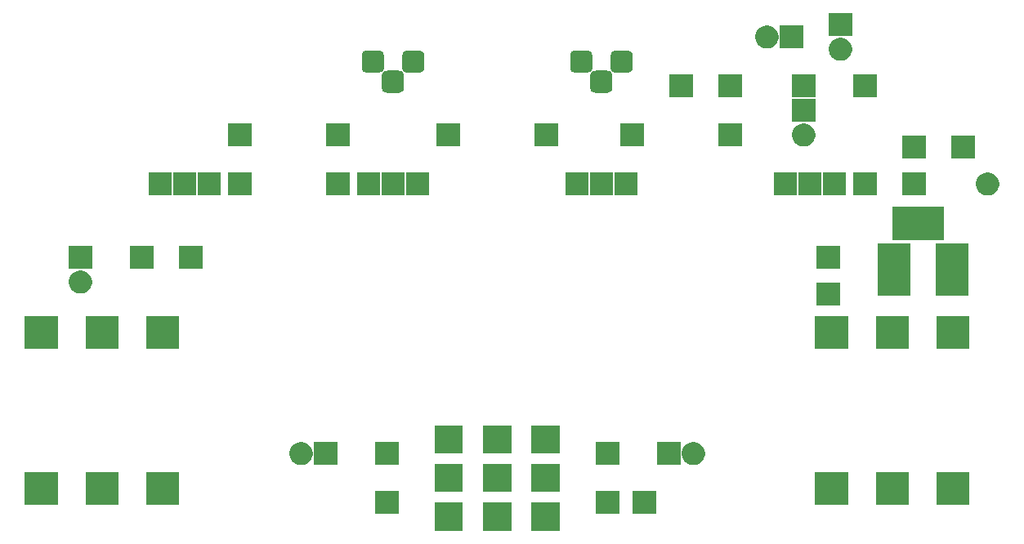
<source format=gbr>
G04 #@! TF.GenerationSoftware,KiCad,Pcbnew,5.1.6-c6e7f7d~87~ubuntu19.10.1*
G04 #@! TF.CreationDate,2021-07-04T16:36:10+06:00*
G04 #@! TF.ProjectId,fuzz_factory_r1c_r1b,66757a7a-5f66-4616-9374-6f72795f7231,MB:1C/PB:1B*
G04 #@! TF.SameCoordinates,Original*
G04 #@! TF.FileFunction,Soldermask,Bot*
G04 #@! TF.FilePolarity,Negative*
%FSLAX46Y46*%
G04 Gerber Fmt 4.6, Leading zero omitted, Abs format (unit mm)*
G04 Created by KiCad (PCBNEW 5.1.6-c6e7f7d~87~ubuntu19.10.1) date 2021-07-04 16:36:10*
%MOMM*%
%LPD*%
G01*
G04 APERTURE LIST*
%ADD10C,0.100000*%
G04 APERTURE END LIST*
D10*
G36*
X153770000Y-141340000D02*
G01*
X150870000Y-141340000D01*
X150870000Y-138440000D01*
X153770000Y-138440000D01*
X153770000Y-141340000D01*
G37*
G36*
X143770000Y-141340000D02*
G01*
X140870000Y-141340000D01*
X140870000Y-138440000D01*
X143770000Y-138440000D01*
X143770000Y-141340000D01*
G37*
G36*
X148770000Y-141340000D02*
G01*
X145870000Y-141340000D01*
X145870000Y-138440000D01*
X148770000Y-138440000D01*
X148770000Y-141340000D01*
G37*
G36*
X137090000Y-139630000D02*
G01*
X134690000Y-139630000D01*
X134690000Y-137230000D01*
X137090000Y-137230000D01*
X137090000Y-139630000D01*
G37*
G36*
X163760000Y-139630000D02*
G01*
X161360000Y-139630000D01*
X161360000Y-137230000D01*
X163760000Y-137230000D01*
X163760000Y-139630000D01*
G37*
G36*
X159950000Y-139630000D02*
G01*
X157550000Y-139630000D01*
X157550000Y-137230000D01*
X159950000Y-137230000D01*
X159950000Y-139630000D01*
G37*
G36*
X196255000Y-138705000D02*
G01*
X192855000Y-138705000D01*
X192855000Y-135305000D01*
X196255000Y-135305000D01*
X196255000Y-138705000D01*
G37*
G36*
X189955000Y-138705000D02*
G01*
X186555000Y-138705000D01*
X186555000Y-135305000D01*
X189955000Y-135305000D01*
X189955000Y-138705000D01*
G37*
G36*
X183655000Y-138705000D02*
G01*
X180255000Y-138705000D01*
X180255000Y-135305000D01*
X183655000Y-135305000D01*
X183655000Y-138705000D01*
G37*
G36*
X101785000Y-138705000D02*
G01*
X98385000Y-138705000D01*
X98385000Y-135305000D01*
X101785000Y-135305000D01*
X101785000Y-138705000D01*
G37*
G36*
X108085000Y-138705000D02*
G01*
X104685000Y-138705000D01*
X104685000Y-135305000D01*
X108085000Y-135305000D01*
X108085000Y-138705000D01*
G37*
G36*
X114385000Y-138705000D02*
G01*
X110985000Y-138705000D01*
X110985000Y-135305000D01*
X114385000Y-135305000D01*
X114385000Y-138705000D01*
G37*
G36*
X148770000Y-137340000D02*
G01*
X145870000Y-137340000D01*
X145870000Y-134440000D01*
X148770000Y-134440000D01*
X148770000Y-137340000D01*
G37*
G36*
X153770000Y-137340000D02*
G01*
X150870000Y-137340000D01*
X150870000Y-134440000D01*
X153770000Y-134440000D01*
X153770000Y-137340000D01*
G37*
G36*
X143770000Y-137340000D02*
G01*
X140870000Y-137340000D01*
X140870000Y-134440000D01*
X143770000Y-134440000D01*
X143770000Y-137340000D01*
G37*
G36*
X130740000Y-134550000D02*
G01*
X128340000Y-134550000D01*
X128340000Y-132150000D01*
X130740000Y-132150000D01*
X130740000Y-134550000D01*
G37*
G36*
X127350025Y-132196115D02*
G01*
X127350028Y-132196116D01*
X127350027Y-132196116D01*
X127568413Y-132286574D01*
X127764955Y-132417899D01*
X127932101Y-132585045D01*
X128063426Y-132781587D01*
X128063427Y-132781589D01*
X128153885Y-132999975D01*
X128200000Y-133231809D01*
X128200000Y-133468191D01*
X128153885Y-133700025D01*
X128153884Y-133700027D01*
X128063426Y-133918413D01*
X127932101Y-134114955D01*
X127764955Y-134282101D01*
X127568413Y-134413426D01*
X127568412Y-134413427D01*
X127568411Y-134413427D01*
X127350025Y-134503885D01*
X127118191Y-134550000D01*
X126881809Y-134550000D01*
X126649975Y-134503885D01*
X126431589Y-134413427D01*
X126431588Y-134413427D01*
X126431587Y-134413426D01*
X126235045Y-134282101D01*
X126067899Y-134114955D01*
X125936574Y-133918413D01*
X125846116Y-133700027D01*
X125846115Y-133700025D01*
X125800000Y-133468191D01*
X125800000Y-133231809D01*
X125846115Y-132999975D01*
X125936573Y-132781589D01*
X125936574Y-132781587D01*
X126067899Y-132585045D01*
X126235045Y-132417899D01*
X126431587Y-132286574D01*
X126649973Y-132196116D01*
X126649972Y-132196116D01*
X126649975Y-132196115D01*
X126881809Y-132150000D01*
X127118191Y-132150000D01*
X127350025Y-132196115D01*
G37*
G36*
X137090000Y-134550000D02*
G01*
X134690000Y-134550000D01*
X134690000Y-132150000D01*
X137090000Y-132150000D01*
X137090000Y-134550000D01*
G37*
G36*
X166300000Y-134550000D02*
G01*
X163900000Y-134550000D01*
X163900000Y-132150000D01*
X166300000Y-132150000D01*
X166300000Y-134550000D01*
G37*
G36*
X167990025Y-132196115D02*
G01*
X167990028Y-132196116D01*
X167990027Y-132196116D01*
X168208413Y-132286574D01*
X168404955Y-132417899D01*
X168572101Y-132585045D01*
X168703426Y-132781587D01*
X168703427Y-132781589D01*
X168793885Y-132999975D01*
X168840000Y-133231809D01*
X168840000Y-133468191D01*
X168793885Y-133700025D01*
X168793884Y-133700027D01*
X168703426Y-133918413D01*
X168572101Y-134114955D01*
X168404955Y-134282101D01*
X168208413Y-134413426D01*
X168208412Y-134413427D01*
X168208411Y-134413427D01*
X167990025Y-134503885D01*
X167758191Y-134550000D01*
X167521809Y-134550000D01*
X167289975Y-134503885D01*
X167071589Y-134413427D01*
X167071588Y-134413427D01*
X167071587Y-134413426D01*
X166875045Y-134282101D01*
X166707899Y-134114955D01*
X166576574Y-133918413D01*
X166486116Y-133700027D01*
X166486115Y-133700025D01*
X166440000Y-133468191D01*
X166440000Y-133231809D01*
X166486115Y-132999975D01*
X166576573Y-132781589D01*
X166576574Y-132781587D01*
X166707899Y-132585045D01*
X166875045Y-132417899D01*
X167071587Y-132286574D01*
X167289973Y-132196116D01*
X167289972Y-132196116D01*
X167289975Y-132196115D01*
X167521809Y-132150000D01*
X167758191Y-132150000D01*
X167990025Y-132196115D01*
G37*
G36*
X159950000Y-134550000D02*
G01*
X157550000Y-134550000D01*
X157550000Y-132150000D01*
X159950000Y-132150000D01*
X159950000Y-134550000D01*
G37*
G36*
X143770000Y-133340000D02*
G01*
X140870000Y-133340000D01*
X140870000Y-130440000D01*
X143770000Y-130440000D01*
X143770000Y-133340000D01*
G37*
G36*
X148770000Y-133340000D02*
G01*
X145870000Y-133340000D01*
X145870000Y-130440000D01*
X148770000Y-130440000D01*
X148770000Y-133340000D01*
G37*
G36*
X153770000Y-133340000D02*
G01*
X150870000Y-133340000D01*
X150870000Y-130440000D01*
X153770000Y-130440000D01*
X153770000Y-133340000D01*
G37*
G36*
X108085000Y-122505000D02*
G01*
X104685000Y-122505000D01*
X104685000Y-119105000D01*
X108085000Y-119105000D01*
X108085000Y-122505000D01*
G37*
G36*
X189955000Y-122505000D02*
G01*
X186555000Y-122505000D01*
X186555000Y-119105000D01*
X189955000Y-119105000D01*
X189955000Y-122505000D01*
G37*
G36*
X101785000Y-122505000D02*
G01*
X98385000Y-122505000D01*
X98385000Y-119105000D01*
X101785000Y-119105000D01*
X101785000Y-122505000D01*
G37*
G36*
X196255000Y-122505000D02*
G01*
X192855000Y-122505000D01*
X192855000Y-119105000D01*
X196255000Y-119105000D01*
X196255000Y-122505000D01*
G37*
G36*
X114385000Y-122505000D02*
G01*
X110985000Y-122505000D01*
X110985000Y-119105000D01*
X114385000Y-119105000D01*
X114385000Y-122505000D01*
G37*
G36*
X183655000Y-122505000D02*
G01*
X180255000Y-122505000D01*
X180255000Y-119105000D01*
X183655000Y-119105000D01*
X183655000Y-122505000D01*
G37*
G36*
X182810000Y-118040000D02*
G01*
X180410000Y-118040000D01*
X180410000Y-115640000D01*
X182810000Y-115640000D01*
X182810000Y-118040000D01*
G37*
G36*
X190130000Y-117000000D02*
G01*
X186730000Y-117000000D01*
X186730000Y-111600000D01*
X190130000Y-111600000D01*
X190130000Y-117000000D01*
G37*
G36*
X196130000Y-117000000D02*
G01*
X192730000Y-117000000D01*
X192730000Y-111600000D01*
X196130000Y-111600000D01*
X196130000Y-117000000D01*
G37*
G36*
X104490025Y-114416115D02*
G01*
X104490028Y-114416116D01*
X104490027Y-114416116D01*
X104708413Y-114506574D01*
X104904955Y-114637899D01*
X105072101Y-114805045D01*
X105203426Y-115001587D01*
X105203427Y-115001589D01*
X105293885Y-115219975D01*
X105340000Y-115451809D01*
X105340000Y-115688191D01*
X105293885Y-115920025D01*
X105293884Y-115920027D01*
X105203426Y-116138413D01*
X105072101Y-116334955D01*
X104904955Y-116502101D01*
X104708413Y-116633426D01*
X104708412Y-116633427D01*
X104708411Y-116633427D01*
X104490025Y-116723885D01*
X104258191Y-116770000D01*
X104021809Y-116770000D01*
X103789975Y-116723885D01*
X103571589Y-116633427D01*
X103571588Y-116633427D01*
X103571587Y-116633426D01*
X103375045Y-116502101D01*
X103207899Y-116334955D01*
X103076574Y-116138413D01*
X102986116Y-115920027D01*
X102986115Y-115920025D01*
X102940000Y-115688191D01*
X102940000Y-115451809D01*
X102986115Y-115219975D01*
X103076573Y-115001589D01*
X103076574Y-115001587D01*
X103207899Y-114805045D01*
X103375045Y-114637899D01*
X103571587Y-114506574D01*
X103789973Y-114416116D01*
X103789972Y-114416116D01*
X103789975Y-114416115D01*
X104021809Y-114370000D01*
X104258191Y-114370000D01*
X104490025Y-114416115D01*
G37*
G36*
X111690000Y-114230000D02*
G01*
X109290000Y-114230000D01*
X109290000Y-111830000D01*
X111690000Y-111830000D01*
X111690000Y-114230000D01*
G37*
G36*
X116770000Y-114230000D02*
G01*
X114370000Y-114230000D01*
X114370000Y-111830000D01*
X116770000Y-111830000D01*
X116770000Y-114230000D01*
G37*
G36*
X105340000Y-114230000D02*
G01*
X102940000Y-114230000D01*
X102940000Y-111830000D01*
X105340000Y-111830000D01*
X105340000Y-114230000D01*
G37*
G36*
X182810000Y-114230000D02*
G01*
X180410000Y-114230000D01*
X180410000Y-111830000D01*
X182810000Y-111830000D01*
X182810000Y-114230000D01*
G37*
G36*
X193630000Y-111200000D02*
G01*
X188230000Y-111200000D01*
X188230000Y-107800000D01*
X193630000Y-107800000D01*
X193630000Y-111200000D01*
G37*
G36*
X191700000Y-106610000D02*
G01*
X189300000Y-106610000D01*
X189300000Y-104210000D01*
X191700000Y-104210000D01*
X191700000Y-106610000D01*
G37*
G36*
X113595000Y-106610000D02*
G01*
X111195000Y-106610000D01*
X111195000Y-104210000D01*
X113595000Y-104210000D01*
X113595000Y-106610000D01*
G37*
G36*
X198470025Y-104256115D02*
G01*
X198470028Y-104256116D01*
X198470027Y-104256116D01*
X198688413Y-104346574D01*
X198884955Y-104477899D01*
X199052101Y-104645045D01*
X199183426Y-104841587D01*
X199183427Y-104841589D01*
X199273885Y-105059975D01*
X199320000Y-105291809D01*
X199320000Y-105528191D01*
X199273885Y-105760025D01*
X199273884Y-105760027D01*
X199183426Y-105978413D01*
X199052101Y-106174955D01*
X198884955Y-106342101D01*
X198688413Y-106473426D01*
X198688412Y-106473427D01*
X198688411Y-106473427D01*
X198470025Y-106563885D01*
X198238191Y-106610000D01*
X198001809Y-106610000D01*
X197769975Y-106563885D01*
X197551589Y-106473427D01*
X197551588Y-106473427D01*
X197551587Y-106473426D01*
X197355045Y-106342101D01*
X197187899Y-106174955D01*
X197056574Y-105978413D01*
X196966116Y-105760027D01*
X196966115Y-105760025D01*
X196920000Y-105528191D01*
X196920000Y-105291809D01*
X196966115Y-105059975D01*
X197056573Y-104841589D01*
X197056574Y-104841587D01*
X197187899Y-104645045D01*
X197355045Y-104477899D01*
X197551587Y-104346574D01*
X197769973Y-104256116D01*
X197769972Y-104256116D01*
X197769975Y-104256115D01*
X198001809Y-104210000D01*
X198238191Y-104210000D01*
X198470025Y-104256115D01*
G37*
G36*
X121850000Y-106610000D02*
G01*
X119450000Y-106610000D01*
X119450000Y-104210000D01*
X121850000Y-104210000D01*
X121850000Y-106610000D01*
G37*
G36*
X132010000Y-106610000D02*
G01*
X129610000Y-106610000D01*
X129610000Y-104210000D01*
X132010000Y-104210000D01*
X132010000Y-106610000D01*
G37*
G36*
X186620000Y-106610000D02*
G01*
X184220000Y-106610000D01*
X184220000Y-104210000D01*
X186620000Y-104210000D01*
X186620000Y-106610000D01*
G37*
G36*
X161855000Y-106610000D02*
G01*
X159455000Y-106610000D01*
X159455000Y-104210000D01*
X161855000Y-104210000D01*
X161855000Y-106610000D01*
G37*
G36*
X159315000Y-106610000D02*
G01*
X156915000Y-106610000D01*
X156915000Y-104210000D01*
X159315000Y-104210000D01*
X159315000Y-106610000D01*
G37*
G36*
X156775000Y-106610000D02*
G01*
X154375000Y-106610000D01*
X154375000Y-104210000D01*
X156775000Y-104210000D01*
X156775000Y-106610000D01*
G37*
G36*
X180905000Y-106610000D02*
G01*
X178505000Y-106610000D01*
X178505000Y-104210000D01*
X180905000Y-104210000D01*
X180905000Y-106610000D01*
G37*
G36*
X178365000Y-106610000D02*
G01*
X175965000Y-106610000D01*
X175965000Y-104210000D01*
X178365000Y-104210000D01*
X178365000Y-106610000D01*
G37*
G36*
X140265000Y-106610000D02*
G01*
X137865000Y-106610000D01*
X137865000Y-104210000D01*
X140265000Y-104210000D01*
X140265000Y-106610000D01*
G37*
G36*
X137725000Y-106610000D02*
G01*
X135325000Y-106610000D01*
X135325000Y-104210000D01*
X137725000Y-104210000D01*
X137725000Y-106610000D01*
G37*
G36*
X135185000Y-106610000D02*
G01*
X132785000Y-106610000D01*
X132785000Y-104210000D01*
X135185000Y-104210000D01*
X135185000Y-106610000D01*
G37*
G36*
X116135000Y-106610000D02*
G01*
X113735000Y-106610000D01*
X113735000Y-104210000D01*
X116135000Y-104210000D01*
X116135000Y-106610000D01*
G37*
G36*
X118675000Y-106610000D02*
G01*
X116275000Y-106610000D01*
X116275000Y-104210000D01*
X118675000Y-104210000D01*
X118675000Y-106610000D01*
G37*
G36*
X183445000Y-106610000D02*
G01*
X181045000Y-106610000D01*
X181045000Y-104210000D01*
X183445000Y-104210000D01*
X183445000Y-106610000D01*
G37*
G36*
X196780000Y-102800000D02*
G01*
X194380000Y-102800000D01*
X194380000Y-100400000D01*
X196780000Y-100400000D01*
X196780000Y-102800000D01*
G37*
G36*
X191700000Y-102800000D02*
G01*
X189300000Y-102800000D01*
X189300000Y-100400000D01*
X191700000Y-100400000D01*
X191700000Y-102800000D01*
G37*
G36*
X162490000Y-101530000D02*
G01*
X160090000Y-101530000D01*
X160090000Y-99130000D01*
X162490000Y-99130000D01*
X162490000Y-101530000D01*
G37*
G36*
X143440000Y-101530000D02*
G01*
X141040000Y-101530000D01*
X141040000Y-99130000D01*
X143440000Y-99130000D01*
X143440000Y-101530000D01*
G37*
G36*
X153600000Y-101530000D02*
G01*
X151200000Y-101530000D01*
X151200000Y-99130000D01*
X153600000Y-99130000D01*
X153600000Y-101530000D01*
G37*
G36*
X179420025Y-99176115D02*
G01*
X179420028Y-99176116D01*
X179420027Y-99176116D01*
X179638413Y-99266574D01*
X179834955Y-99397899D01*
X180002101Y-99565045D01*
X180133426Y-99761587D01*
X180133427Y-99761589D01*
X180223885Y-99979975D01*
X180270000Y-100211809D01*
X180270000Y-100448191D01*
X180223885Y-100680025D01*
X180223884Y-100680027D01*
X180133426Y-100898413D01*
X180002101Y-101094955D01*
X179834955Y-101262101D01*
X179638413Y-101393426D01*
X179638412Y-101393427D01*
X179638411Y-101393427D01*
X179420025Y-101483885D01*
X179188191Y-101530000D01*
X178951809Y-101530000D01*
X178719975Y-101483885D01*
X178501589Y-101393427D01*
X178501588Y-101393427D01*
X178501587Y-101393426D01*
X178305045Y-101262101D01*
X178137899Y-101094955D01*
X178006574Y-100898413D01*
X177916116Y-100680027D01*
X177916115Y-100680025D01*
X177870000Y-100448191D01*
X177870000Y-100211809D01*
X177916115Y-99979975D01*
X178006573Y-99761589D01*
X178006574Y-99761587D01*
X178137899Y-99565045D01*
X178305045Y-99397899D01*
X178501587Y-99266574D01*
X178719973Y-99176116D01*
X178719972Y-99176116D01*
X178719975Y-99176115D01*
X178951809Y-99130000D01*
X179188191Y-99130000D01*
X179420025Y-99176115D01*
G37*
G36*
X121850000Y-101530000D02*
G01*
X119450000Y-101530000D01*
X119450000Y-99130000D01*
X121850000Y-99130000D01*
X121850000Y-101530000D01*
G37*
G36*
X172650000Y-101530000D02*
G01*
X170250000Y-101530000D01*
X170250000Y-99130000D01*
X172650000Y-99130000D01*
X172650000Y-101530000D01*
G37*
G36*
X132010000Y-101530000D02*
G01*
X129610000Y-101530000D01*
X129610000Y-99130000D01*
X132010000Y-99130000D01*
X132010000Y-101530000D01*
G37*
G36*
X180270000Y-98990000D02*
G01*
X177870000Y-98990000D01*
X177870000Y-96590000D01*
X180270000Y-96590000D01*
X180270000Y-98990000D01*
G37*
G36*
X172650000Y-96450000D02*
G01*
X170250000Y-96450000D01*
X170250000Y-94050000D01*
X172650000Y-94050000D01*
X172650000Y-96450000D01*
G37*
G36*
X180270000Y-96450000D02*
G01*
X177870000Y-96450000D01*
X177870000Y-94050000D01*
X180270000Y-94050000D01*
X180270000Y-96450000D01*
G37*
G36*
X167570000Y-96450000D02*
G01*
X165170000Y-96450000D01*
X165170000Y-94050000D01*
X167570000Y-94050000D01*
X167570000Y-96450000D01*
G37*
G36*
X186620000Y-96450000D02*
G01*
X184220000Y-96450000D01*
X184220000Y-94050000D01*
X186620000Y-94050000D01*
X186620000Y-96450000D01*
G37*
G36*
X158822252Y-93670805D02*
G01*
X158925385Y-93702090D01*
X159020427Y-93752891D01*
X159103737Y-93821263D01*
X159172109Y-93904573D01*
X159222910Y-93999615D01*
X159254195Y-94102748D01*
X159265000Y-94212454D01*
X159265000Y-95407546D01*
X159254195Y-95517252D01*
X159222910Y-95620385D01*
X159172109Y-95715427D01*
X159103737Y-95798737D01*
X159020427Y-95867109D01*
X158925385Y-95917910D01*
X158822252Y-95949195D01*
X158712546Y-95960000D01*
X157517454Y-95960000D01*
X157407748Y-95949195D01*
X157304615Y-95917910D01*
X157209573Y-95867109D01*
X157126263Y-95798737D01*
X157057891Y-95715427D01*
X157007090Y-95620385D01*
X156975805Y-95517252D01*
X156965000Y-95407546D01*
X156965000Y-94212454D01*
X156975805Y-94102748D01*
X157007090Y-93999615D01*
X157057891Y-93904573D01*
X157126263Y-93821263D01*
X157209573Y-93752891D01*
X157304615Y-93702090D01*
X157407748Y-93670805D01*
X157517454Y-93660000D01*
X158712546Y-93660000D01*
X158822252Y-93670805D01*
G37*
G36*
X137232252Y-93670805D02*
G01*
X137335385Y-93702090D01*
X137430427Y-93752891D01*
X137513737Y-93821263D01*
X137582109Y-93904573D01*
X137632910Y-93999615D01*
X137664195Y-94102748D01*
X137675000Y-94212454D01*
X137675000Y-95407546D01*
X137664195Y-95517252D01*
X137632910Y-95620385D01*
X137582109Y-95715427D01*
X137513737Y-95798737D01*
X137430427Y-95867109D01*
X137335385Y-95917910D01*
X137232252Y-95949195D01*
X137122546Y-95960000D01*
X135927454Y-95960000D01*
X135817748Y-95949195D01*
X135714615Y-95917910D01*
X135619573Y-95867109D01*
X135536263Y-95798737D01*
X135467891Y-95715427D01*
X135417090Y-95620385D01*
X135385805Y-95517252D01*
X135375000Y-95407546D01*
X135375000Y-94212454D01*
X135385805Y-94102748D01*
X135417090Y-93999615D01*
X135467891Y-93904573D01*
X135536263Y-93821263D01*
X135619573Y-93752891D01*
X135714615Y-93702090D01*
X135817748Y-93670805D01*
X135927454Y-93660000D01*
X137122546Y-93660000D01*
X137232252Y-93670805D01*
G37*
G36*
X139332252Y-91570805D02*
G01*
X139435385Y-91602090D01*
X139530427Y-91652891D01*
X139613737Y-91721263D01*
X139682109Y-91804573D01*
X139732910Y-91899615D01*
X139764195Y-92002748D01*
X139775000Y-92112454D01*
X139775000Y-93307546D01*
X139764195Y-93417252D01*
X139732910Y-93520385D01*
X139682109Y-93615427D01*
X139613737Y-93698737D01*
X139530427Y-93767109D01*
X139435385Y-93817910D01*
X139332252Y-93849195D01*
X139222546Y-93860000D01*
X138027454Y-93860000D01*
X137917748Y-93849195D01*
X137814615Y-93817910D01*
X137719573Y-93767109D01*
X137636263Y-93698737D01*
X137567891Y-93615427D01*
X137517090Y-93520385D01*
X137485805Y-93417252D01*
X137475000Y-93307546D01*
X137475000Y-92112454D01*
X137485805Y-92002748D01*
X137517090Y-91899615D01*
X137567891Y-91804573D01*
X137636263Y-91721263D01*
X137719573Y-91652891D01*
X137814615Y-91602090D01*
X137917748Y-91570805D01*
X138027454Y-91560000D01*
X139222546Y-91560000D01*
X139332252Y-91570805D01*
G37*
G36*
X135132252Y-91570805D02*
G01*
X135235385Y-91602090D01*
X135330427Y-91652891D01*
X135413737Y-91721263D01*
X135482109Y-91804573D01*
X135532910Y-91899615D01*
X135564195Y-92002748D01*
X135575000Y-92112454D01*
X135575000Y-93307546D01*
X135564195Y-93417252D01*
X135532910Y-93520385D01*
X135482109Y-93615427D01*
X135413737Y-93698737D01*
X135330427Y-93767109D01*
X135235385Y-93817910D01*
X135132252Y-93849195D01*
X135022546Y-93860000D01*
X133827454Y-93860000D01*
X133717748Y-93849195D01*
X133614615Y-93817910D01*
X133519573Y-93767109D01*
X133436263Y-93698737D01*
X133367891Y-93615427D01*
X133317090Y-93520385D01*
X133285805Y-93417252D01*
X133275000Y-93307546D01*
X133275000Y-92112454D01*
X133285805Y-92002748D01*
X133317090Y-91899615D01*
X133367891Y-91804573D01*
X133436263Y-91721263D01*
X133519573Y-91652891D01*
X133614615Y-91602090D01*
X133717748Y-91570805D01*
X133827454Y-91560000D01*
X135022546Y-91560000D01*
X135132252Y-91570805D01*
G37*
G36*
X156722252Y-91570805D02*
G01*
X156825385Y-91602090D01*
X156920427Y-91652891D01*
X157003737Y-91721263D01*
X157072109Y-91804573D01*
X157122910Y-91899615D01*
X157154195Y-92002748D01*
X157165000Y-92112454D01*
X157165000Y-93307546D01*
X157154195Y-93417252D01*
X157122910Y-93520385D01*
X157072109Y-93615427D01*
X157003737Y-93698737D01*
X156920427Y-93767109D01*
X156825385Y-93817910D01*
X156722252Y-93849195D01*
X156612546Y-93860000D01*
X155417454Y-93860000D01*
X155307748Y-93849195D01*
X155204615Y-93817910D01*
X155109573Y-93767109D01*
X155026263Y-93698737D01*
X154957891Y-93615427D01*
X154907090Y-93520385D01*
X154875805Y-93417252D01*
X154865000Y-93307546D01*
X154865000Y-92112454D01*
X154875805Y-92002748D01*
X154907090Y-91899615D01*
X154957891Y-91804573D01*
X155026263Y-91721263D01*
X155109573Y-91652891D01*
X155204615Y-91602090D01*
X155307748Y-91570805D01*
X155417454Y-91560000D01*
X156612546Y-91560000D01*
X156722252Y-91570805D01*
G37*
G36*
X160922252Y-91570805D02*
G01*
X161025385Y-91602090D01*
X161120427Y-91652891D01*
X161203737Y-91721263D01*
X161272109Y-91804573D01*
X161322910Y-91899615D01*
X161354195Y-92002748D01*
X161365000Y-92112454D01*
X161365000Y-93307546D01*
X161354195Y-93417252D01*
X161322910Y-93520385D01*
X161272109Y-93615427D01*
X161203737Y-93698737D01*
X161120427Y-93767109D01*
X161025385Y-93817910D01*
X160922252Y-93849195D01*
X160812546Y-93860000D01*
X159617454Y-93860000D01*
X159507748Y-93849195D01*
X159404615Y-93817910D01*
X159309573Y-93767109D01*
X159226263Y-93698737D01*
X159157891Y-93615427D01*
X159107090Y-93520385D01*
X159075805Y-93417252D01*
X159065000Y-93307546D01*
X159065000Y-92112454D01*
X159075805Y-92002748D01*
X159107090Y-91899615D01*
X159157891Y-91804573D01*
X159226263Y-91721263D01*
X159309573Y-91652891D01*
X159404615Y-91602090D01*
X159507748Y-91570805D01*
X159617454Y-91560000D01*
X160812546Y-91560000D01*
X160922252Y-91570805D01*
G37*
G36*
X183230025Y-90286115D02*
G01*
X183235037Y-90288191D01*
X183448413Y-90376574D01*
X183644955Y-90507899D01*
X183812101Y-90675045D01*
X183854442Y-90738413D01*
X183943427Y-90871589D01*
X184033885Y-91089975D01*
X184080000Y-91321809D01*
X184080000Y-91558191D01*
X184033885Y-91790025D01*
X183982137Y-91914957D01*
X183943426Y-92008413D01*
X183812101Y-92204955D01*
X183644955Y-92372101D01*
X183448413Y-92503426D01*
X183448412Y-92503427D01*
X183448411Y-92503427D01*
X183230025Y-92593885D01*
X182998191Y-92640000D01*
X182761809Y-92640000D01*
X182529975Y-92593885D01*
X182311589Y-92503427D01*
X182311588Y-92503427D01*
X182311587Y-92503426D01*
X182115045Y-92372101D01*
X181947899Y-92204955D01*
X181816574Y-92008413D01*
X181777863Y-91914957D01*
X181726115Y-91790025D01*
X181680000Y-91558191D01*
X181680000Y-91321809D01*
X181726115Y-91089975D01*
X181816573Y-90871589D01*
X181905558Y-90738413D01*
X181947899Y-90675045D01*
X182115045Y-90507899D01*
X182311587Y-90376574D01*
X182524963Y-90288191D01*
X182529975Y-90286115D01*
X182761809Y-90240000D01*
X182998191Y-90240000D01*
X183230025Y-90286115D01*
G37*
G36*
X175610025Y-89016115D02*
G01*
X175610028Y-89016116D01*
X175610027Y-89016116D01*
X175828413Y-89106574D01*
X176024955Y-89237899D01*
X176192101Y-89405045D01*
X176323426Y-89601587D01*
X176323427Y-89601589D01*
X176413885Y-89819975D01*
X176460000Y-90051809D01*
X176460000Y-90288191D01*
X176413885Y-90520025D01*
X176323427Y-90738411D01*
X176323426Y-90738413D01*
X176192101Y-90934955D01*
X176024955Y-91102101D01*
X175828413Y-91233426D01*
X175828412Y-91233427D01*
X175828411Y-91233427D01*
X175610025Y-91323885D01*
X175378191Y-91370000D01*
X175141809Y-91370000D01*
X174909975Y-91323885D01*
X174691589Y-91233427D01*
X174691588Y-91233427D01*
X174691587Y-91233426D01*
X174495045Y-91102101D01*
X174327899Y-90934955D01*
X174196574Y-90738413D01*
X174196573Y-90738411D01*
X174106115Y-90520025D01*
X174060000Y-90288191D01*
X174060000Y-90051809D01*
X174106115Y-89819975D01*
X174196573Y-89601589D01*
X174196574Y-89601587D01*
X174327899Y-89405045D01*
X174495045Y-89237899D01*
X174691587Y-89106574D01*
X174909973Y-89016116D01*
X174909972Y-89016116D01*
X174909975Y-89016115D01*
X175141809Y-88970000D01*
X175378191Y-88970000D01*
X175610025Y-89016115D01*
G37*
G36*
X179000000Y-91370000D02*
G01*
X176600000Y-91370000D01*
X176600000Y-88970000D01*
X179000000Y-88970000D01*
X179000000Y-91370000D01*
G37*
G36*
X184080000Y-90100000D02*
G01*
X181680000Y-90100000D01*
X181680000Y-87700000D01*
X184080000Y-87700000D01*
X184080000Y-90100000D01*
G37*
M02*

</source>
